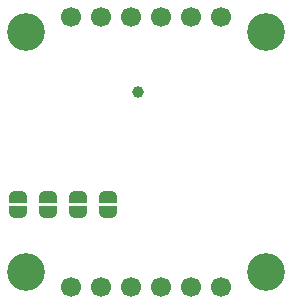
<source format=gbr>
%TF.GenerationSoftware,KiCad,Pcbnew,8.0.7*%
%TF.CreationDate,2025-02-08T23:44:29-05:00*%
%TF.ProjectId,QwiicUART-Board,51776969-6355-4415-9254-2d426f617264,0.0.2*%
%TF.SameCoordinates,PX853a720PY66f2fb0*%
%TF.FileFunction,Soldermask,Bot*%
%TF.FilePolarity,Negative*%
%FSLAX46Y46*%
G04 Gerber Fmt 4.6, Leading zero omitted, Abs format (unit mm)*
G04 Created by KiCad (PCBNEW 8.0.7) date 2025-02-08 23:44:29*
%MOMM*%
%LPD*%
G01*
G04 APERTURE LIST*
G04 Aperture macros list*
%AMFreePoly0*
4,1,19,0.500000,-0.750000,0.000000,-0.750000,0.000000,-0.744911,-0.071157,-0.744911,-0.207708,-0.704816,-0.327430,-0.627875,-0.420627,-0.520320,-0.479746,-0.390866,-0.500000,-0.250000,-0.500000,0.250000,-0.479746,0.390866,-0.420627,0.520320,-0.327430,0.627875,-0.207708,0.704816,-0.071157,0.744911,0.000000,0.744911,0.000000,0.750000,0.500000,0.750000,0.500000,-0.750000,0.500000,-0.750000,
$1*%
%AMFreePoly1*
4,1,19,0.000000,0.744911,0.071157,0.744911,0.207708,0.704816,0.327430,0.627875,0.420627,0.520320,0.479746,0.390866,0.500000,0.250000,0.500000,-0.250000,0.479746,-0.390866,0.420627,-0.520320,0.327430,-0.627875,0.207708,-0.704816,0.071157,-0.744911,0.000000,-0.744911,0.000000,-0.750000,-0.500000,-0.750000,-0.500000,0.750000,0.000000,0.750000,0.000000,0.744911,0.000000,0.744911,
$1*%
G04 Aperture macros list end*
%ADD10C,3.200000*%
%ADD11C,1.000000*%
%ADD12C,1.700000*%
%ADD13FreePoly0,270.000000*%
%ADD14FreePoly1,270.000000*%
G04 APERTURE END LIST*
D10*
%TO.C,REF\u002A\u002A*%
X10160000Y10160000D03*
%TD*%
%TO.C,REF\u002A\u002A*%
X10160000Y-10160000D03*
%TD*%
D11*
%TO.C,TP1*%
X-635000Y5080000D03*
%TD*%
D10*
%TO.C,REF\u002A\u002A*%
X-10160000Y10160000D03*
%TD*%
%TO.C,REF\u002A\u002A*%
X-10160000Y-10160000D03*
%TD*%
D12*
%TO.C,J4*%
X6350000Y-11430000D03*
X3810000Y-11430000D03*
X1270000Y-11430000D03*
X-1270000Y-11430000D03*
X-3810000Y-11430000D03*
X-6350000Y-11430000D03*
%TD*%
%TO.C,J3*%
X-6350000Y11430000D03*
X-3810000Y11430000D03*
X-1270000Y11430000D03*
X1270000Y11430000D03*
X3810000Y11430000D03*
X6350000Y11430000D03*
%TD*%
D13*
%TO.C,JP2*%
X-8255000Y-3795000D03*
D14*
X-8255000Y-5095000D03*
%TD*%
D13*
%TO.C,JP3*%
X-5715000Y-3795000D03*
D14*
X-5715000Y-5095000D03*
%TD*%
D13*
%TO.C,JP1*%
X-10795000Y-3795000D03*
D14*
X-10795000Y-5095000D03*
%TD*%
D13*
%TO.C,JP4*%
X-3175000Y-3795000D03*
D14*
X-3175000Y-5095000D03*
%TD*%
M02*

</source>
